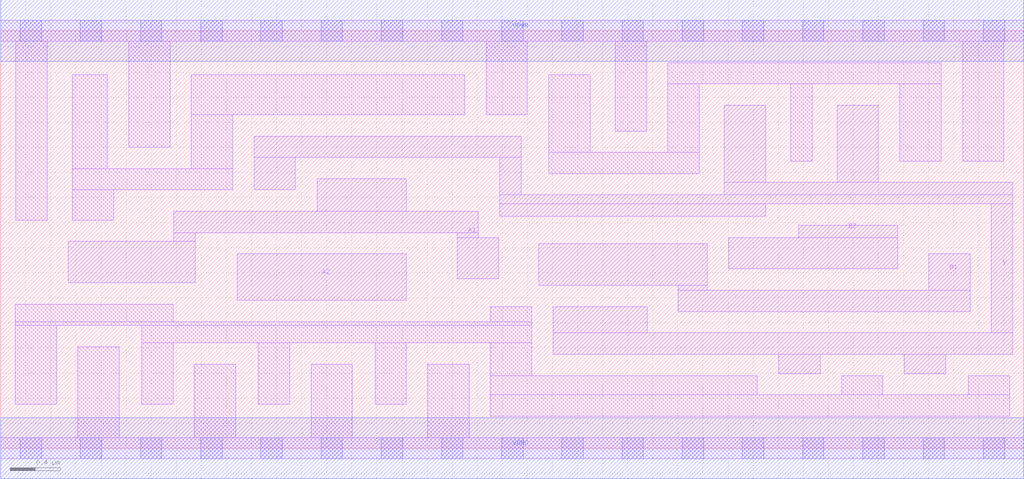
<source format=lef>
# Copyright 2020 The SkyWater PDK Authors
#
# Licensed under the Apache License, Version 2.0 (the "License");
# you may not use this file except in compliance with the License.
# You may obtain a copy of the License at
#
#     https://www.apache.org/licenses/LICENSE-2.0
#
# Unless required by applicable law or agreed to in writing, software
# distributed under the License is distributed on an "AS IS" BASIS,
# WITHOUT WARRANTIES OR CONDITIONS OF ANY KIND, either express or implied.
# See the License for the specific language governing permissions and
# limitations under the License.
#
# SPDX-License-Identifier: Apache-2.0

VERSION 5.7 ;
  NAMESCASESENSITIVE ON ;
  NOWIREEXTENSIONATPIN ON ;
  DIVIDERCHAR "/" ;
  BUSBITCHARS "[]" ;
UNITS
  DATABASE MICRONS 200 ;
END UNITS
MACRO sky130_fd_sc_hs__o22ai_4
  CLASS CORE ;
  SOURCE USER ;
  FOREIGN sky130_fd_sc_hs__o22ai_4 ;
  ORIGIN  0.000000  0.000000 ;
  SIZE  8.160000 BY  3.330000 ;
  SYMMETRY X Y ;
  SITE unit ;
  PIN A1
    ANTENNAGATEAREA  1.116000 ;
    DIRECTION INPUT ;
    USE SIGNAL ;
    PORT
      LAYER li1 ;
        RECT 0.540000 1.320000 1.550000 1.650000 ;
        RECT 1.380000 1.650000 1.550000 1.720000 ;
        RECT 1.380000 1.720000 3.810000 1.890000 ;
        RECT 2.525000 1.890000 3.235000 2.150000 ;
        RECT 3.640000 1.350000 3.970000 1.680000 ;
        RECT 3.640000 1.680000 3.810000 1.720000 ;
    END
  END A1
  PIN A2
    ANTENNAGATEAREA  1.116000 ;
    DIRECTION INPUT ;
    USE SIGNAL ;
    PORT
      LAYER li1 ;
        RECT 1.885000 1.180000 3.235000 1.550000 ;
    END
  END A2
  PIN B1
    ANTENNAGATEAREA  1.116000 ;
    DIRECTION INPUT ;
    USE SIGNAL ;
    PORT
      LAYER li1 ;
        RECT 4.290000 1.300000 5.635000 1.630000 ;
        RECT 5.405000 1.090000 7.730000 1.260000 ;
        RECT 5.405000 1.260000 5.635000 1.300000 ;
        RECT 7.400000 1.260000 7.730000 1.550000 ;
    END
  END B1
  PIN B2
    ANTENNAGATEAREA  1.116000 ;
    DIRECTION INPUT ;
    USE SIGNAL ;
    PORT
      LAYER li1 ;
        RECT 5.805000 1.430000 7.155000 1.680000 ;
        RECT 6.365000 1.680000 7.155000 1.780000 ;
    END
  END B2
  PIN Y
    ANTENNADIFFAREA  2.388000 ;
    DIRECTION OUTPUT ;
    USE SIGNAL ;
    PORT
      LAYER li1 ;
        RECT 2.020000 2.060000 2.350000 2.320000 ;
        RECT 2.020000 2.320000 4.150000 2.490000 ;
        RECT 3.980000 1.850000 6.100000 1.950000 ;
        RECT 3.980000 1.950000 8.070000 2.020000 ;
        RECT 3.980000 2.020000 4.150000 2.320000 ;
        RECT 4.405000 0.750000 8.070000 0.920000 ;
        RECT 4.405000 0.920000 5.155000 1.130000 ;
        RECT 5.770000 2.020000 8.070000 2.120000 ;
        RECT 5.770000 2.120000 6.100000 2.735000 ;
        RECT 6.205000 0.595000 6.535000 0.750000 ;
        RECT 6.670000 2.120000 7.000000 2.735000 ;
        RECT 7.205000 0.595000 7.535000 0.750000 ;
        RECT 7.900000 0.920000 8.070000 1.950000 ;
    END
  END Y
  PIN VGND
    DIRECTION INOUT ;
    USE GROUND ;
    PORT
      LAYER met1 ;
        RECT 0.000000 -0.245000 8.160000 0.245000 ;
    END
  END VGND
  PIN VPWR
    DIRECTION INOUT ;
    USE POWER ;
    PORT
      LAYER met1 ;
        RECT 0.000000 3.085000 8.160000 3.575000 ;
    END
  END VPWR
  OBS
    LAYER li1 ;
      RECT 0.000000 -0.085000 8.160000 0.085000 ;
      RECT 0.000000  3.245000 8.160000 3.415000 ;
      RECT 0.115000  0.350000 0.445000 0.980000 ;
      RECT 0.115000  0.980000 4.235000 1.010000 ;
      RECT 0.115000  1.010000 1.375000 1.150000 ;
      RECT 0.120000  1.820000 0.370000 3.245000 ;
      RECT 0.570000  1.820000 0.900000 2.060000 ;
      RECT 0.570000  2.060000 1.850000 2.230000 ;
      RECT 0.570000  2.230000 0.850000 2.980000 ;
      RECT 0.615000  0.085000 0.945000 0.810000 ;
      RECT 1.020000  2.400000 1.350000 3.245000 ;
      RECT 1.125000  0.350000 1.375000 0.840000 ;
      RECT 1.125000  0.840000 4.235000 0.980000 ;
      RECT 1.520000  2.230000 1.850000 2.660000 ;
      RECT 1.520000  2.660000 3.700000 2.980000 ;
      RECT 1.545000  0.085000 1.875000 0.670000 ;
      RECT 2.055000  0.350000 2.305000 0.840000 ;
      RECT 2.475000  0.085000 2.805000 0.670000 ;
      RECT 2.985000  0.350000 3.235000 0.840000 ;
      RECT 3.405000  0.085000 3.735000 0.670000 ;
      RECT 3.870000  2.660000 4.200000 3.245000 ;
      RECT 3.905000  0.255000 8.045000 0.425000 ;
      RECT 3.905000  0.425000 6.035000 0.580000 ;
      RECT 3.905000  0.580000 4.235000 0.840000 ;
      RECT 3.905000  1.010000 4.235000 1.130000 ;
      RECT 4.370000  2.190000 5.570000 2.360000 ;
      RECT 4.370000  2.360000 4.700000 2.980000 ;
      RECT 4.900000  2.530000 5.150000 3.245000 ;
      RECT 5.320000  2.360000 5.570000 2.905000 ;
      RECT 5.320000  2.905000 7.500000 3.075000 ;
      RECT 6.300000  2.290000 6.470000 2.905000 ;
      RECT 6.705000  0.425000 7.035000 0.580000 ;
      RECT 7.170000  2.290000 7.500000 2.905000 ;
      RECT 7.670000  2.290000 8.000000 3.245000 ;
      RECT 7.715000  0.425000 8.045000 0.580000 ;
    LAYER mcon ;
      RECT 0.155000 -0.085000 0.325000 0.085000 ;
      RECT 0.155000  3.245000 0.325000 3.415000 ;
      RECT 0.635000 -0.085000 0.805000 0.085000 ;
      RECT 0.635000  3.245000 0.805000 3.415000 ;
      RECT 1.115000 -0.085000 1.285000 0.085000 ;
      RECT 1.115000  3.245000 1.285000 3.415000 ;
      RECT 1.595000 -0.085000 1.765000 0.085000 ;
      RECT 1.595000  3.245000 1.765000 3.415000 ;
      RECT 2.075000 -0.085000 2.245000 0.085000 ;
      RECT 2.075000  3.245000 2.245000 3.415000 ;
      RECT 2.555000 -0.085000 2.725000 0.085000 ;
      RECT 2.555000  3.245000 2.725000 3.415000 ;
      RECT 3.035000 -0.085000 3.205000 0.085000 ;
      RECT 3.035000  3.245000 3.205000 3.415000 ;
      RECT 3.515000 -0.085000 3.685000 0.085000 ;
      RECT 3.515000  3.245000 3.685000 3.415000 ;
      RECT 3.995000 -0.085000 4.165000 0.085000 ;
      RECT 3.995000  3.245000 4.165000 3.415000 ;
      RECT 4.475000 -0.085000 4.645000 0.085000 ;
      RECT 4.475000  3.245000 4.645000 3.415000 ;
      RECT 4.955000 -0.085000 5.125000 0.085000 ;
      RECT 4.955000  3.245000 5.125000 3.415000 ;
      RECT 5.435000 -0.085000 5.605000 0.085000 ;
      RECT 5.435000  3.245000 5.605000 3.415000 ;
      RECT 5.915000 -0.085000 6.085000 0.085000 ;
      RECT 5.915000  3.245000 6.085000 3.415000 ;
      RECT 6.395000 -0.085000 6.565000 0.085000 ;
      RECT 6.395000  3.245000 6.565000 3.415000 ;
      RECT 6.875000 -0.085000 7.045000 0.085000 ;
      RECT 6.875000  3.245000 7.045000 3.415000 ;
      RECT 7.355000 -0.085000 7.525000 0.085000 ;
      RECT 7.355000  3.245000 7.525000 3.415000 ;
      RECT 7.835000 -0.085000 8.005000 0.085000 ;
      RECT 7.835000  3.245000 8.005000 3.415000 ;
  END
END sky130_fd_sc_hs__o22ai_4

</source>
